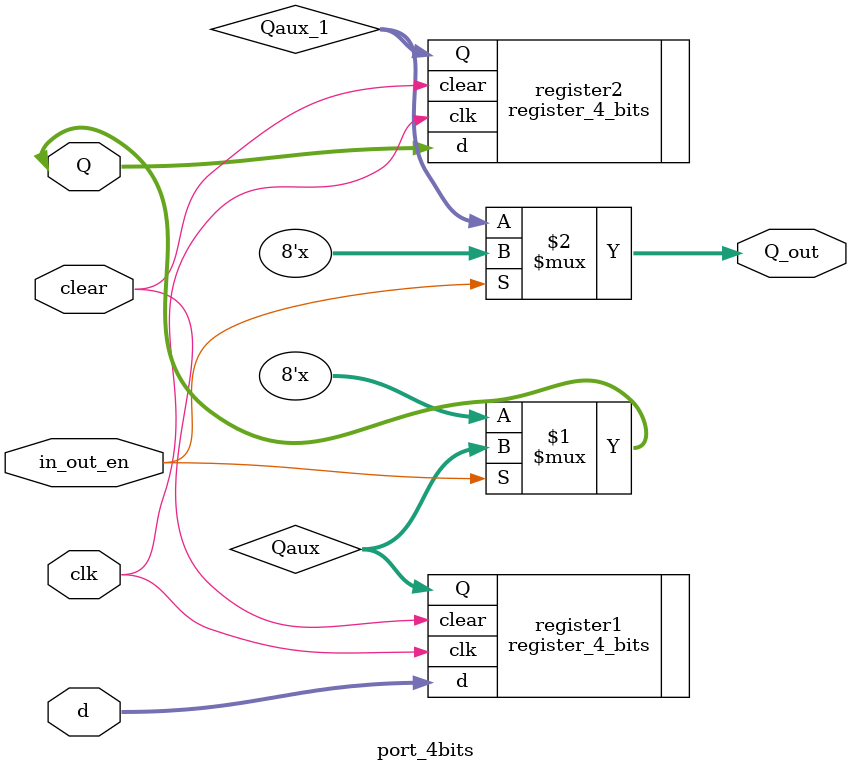
<source format=v>
module port_4bits(
	input clk, 
	input clear, 
	input in_out_en,
	input [7:0] d, 
	output [7:0] Q_out,
	inout [7:0] Q 
);
wire [7:0] Qaux;
wire [7:0] Qaux_1;
register_4_bits register1 (
    .clk        (clk                  ),
    .clear      (clear                ),
    .d          (d                    ),
	 .Q          (Qaux                 )
);

register_4_bits register2 (
    .clk        (clk                  ),
    .clear      (clear                ),
    .d          (Q                    ),
	 .Q          (Qaux_1               )
);
assign Q = in_out_en ? Qaux : 8'bZZZZZZZZ;
assign Q_out = in_out_en ? 8'bZZZZZZZZ : Qaux_1;
endmodule
</source>
